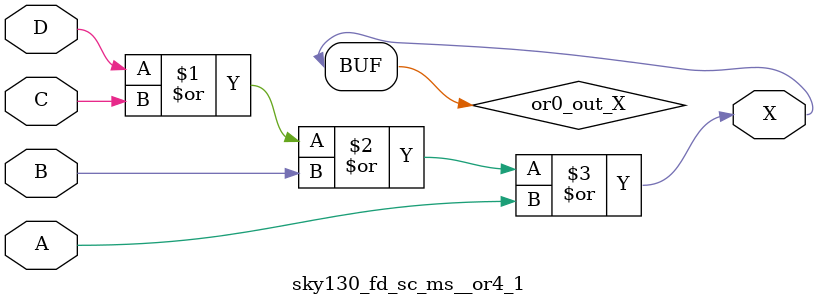
<source format=v>
/*
 * Copyright 2020 The SkyWater PDK Authors
 *
 * Licensed under the Apache License, Version 2.0 (the "License");
 * you may not use this file except in compliance with the License.
 * You may obtain a copy of the License at
 *
 *     https://www.apache.org/licenses/LICENSE-2.0
 *
 * Unless required by applicable law or agreed to in writing, software
 * distributed under the License is distributed on an "AS IS" BASIS,
 * WITHOUT WARRANTIES OR CONDITIONS OF ANY KIND, either express or implied.
 * See the License for the specific language governing permissions and
 * limitations under the License.
 *
 * SPDX-License-Identifier: Apache-2.0
*/


`ifndef SKY130_FD_SC_MS__OR4_1_FUNCTIONAL_V
`define SKY130_FD_SC_MS__OR4_1_FUNCTIONAL_V

/**
 * or4: 4-input OR.
 *
 * Verilog simulation functional model.
 */

`timescale 1ns / 1ps
`default_nettype none

`celldefine
module sky130_fd_sc_ms__or4_1 (
    X,
    A,
    B,
    C,
    D
);

    // Module ports
    output X;
    input  A;
    input  B;
    input  C;
    input  D;

    // Local signals
    wire or0_out_X;

    //  Name  Output     Other arguments
    or  or0  (or0_out_X, D, C, B, A     );
    buf buf0 (X        , or0_out_X      );

endmodule
`endcelldefine

`default_nettype wire
`endif  // SKY130_FD_SC_MS__OR4_1_FUNCTIONAL_V

</source>
